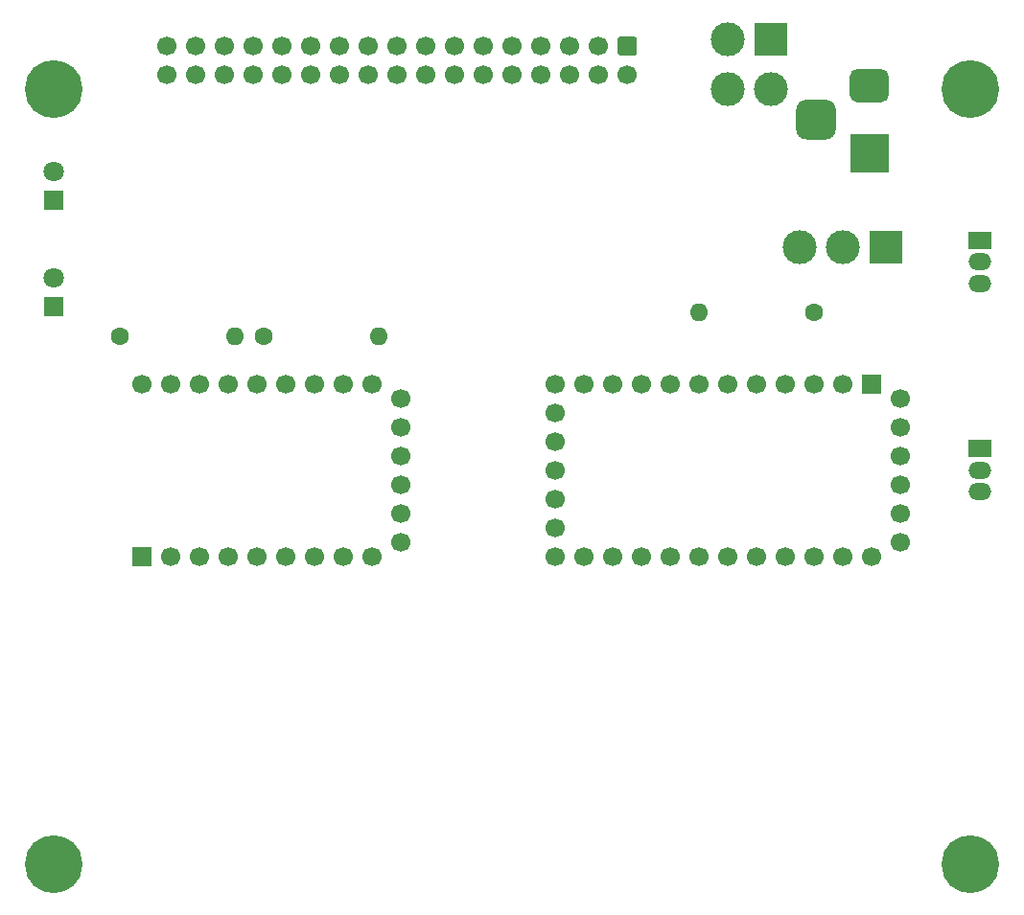
<source format=gts>
G04 #@! TF.GenerationSoftware,KiCad,Pcbnew,(5.1.8)-1*
G04 #@! TF.CreationDate,2021-11-03T01:24:19+01:00*
G04 #@! TF.ProjectId,Amiga Drawbridge,416d6967-6120-4447-9261-776272696467,rev?*
G04 #@! TF.SameCoordinates,Original*
G04 #@! TF.FileFunction,Soldermask,Top*
G04 #@! TF.FilePolarity,Negative*
%FSLAX46Y46*%
G04 Gerber Fmt 4.6, Leading zero omitted, Abs format (unit mm)*
G04 Created by KiCad (PCBNEW (5.1.8)-1) date 2021-11-03 01:24:19*
%MOMM*%
%LPD*%
G01*
G04 APERTURE LIST*
%ADD10C,1.700000*%
%ADD11C,3.000000*%
%ADD12R,3.000000X3.000000*%
%ADD13R,1.700000X1.700000*%
%ADD14R,3.500000X3.500000*%
%ADD15R,2.000000X1.500000*%
%ADD16O,2.000000X1.500000*%
%ADD17C,1.600000*%
%ADD18O,1.600000X1.600000*%
%ADD19C,5.100000*%
%ADD20R,1.800000X1.800000*%
%ADD21C,1.800000*%
G04 APERTURE END LIST*
G36*
G01*
X162595000Y-58840000D02*
X163795000Y-58840000D01*
G75*
G02*
X164045000Y-59090000I0J-250000D01*
G01*
X164045000Y-60290000D01*
G75*
G02*
X163795000Y-60540000I-250000J0D01*
G01*
X162595000Y-60540000D01*
G75*
G02*
X162345000Y-60290000I0J250000D01*
G01*
X162345000Y-59090000D01*
G75*
G02*
X162595000Y-58840000I250000J0D01*
G01*
G37*
D10*
X160655000Y-59690000D03*
X158115000Y-59690000D03*
X155575000Y-59690000D03*
X153035000Y-59690000D03*
X150495000Y-59690000D03*
X147955000Y-59690000D03*
X145415000Y-59690000D03*
X142875000Y-59690000D03*
X140335000Y-59690000D03*
X137795000Y-59690000D03*
X135255000Y-59690000D03*
X132715000Y-59690000D03*
X130175000Y-59690000D03*
X127635000Y-59690000D03*
X125095000Y-59690000D03*
X122555000Y-59690000D03*
X163195000Y-62230000D03*
X160655000Y-62230000D03*
X158115000Y-62230000D03*
X155575000Y-62230000D03*
X153035000Y-62230000D03*
X150495000Y-62230000D03*
X147955000Y-62230000D03*
X145415000Y-62230000D03*
X142875000Y-62230000D03*
X140335000Y-62230000D03*
X137795000Y-62230000D03*
X135255000Y-62230000D03*
X132715000Y-62230000D03*
X130175000Y-62230000D03*
X127635000Y-62230000D03*
X125095000Y-62230000D03*
X122555000Y-62230000D03*
D11*
X175895000Y-63500000D03*
X172085000Y-59055000D03*
X172085000Y-63500000D03*
D12*
X175895000Y-59055000D03*
D10*
X187325000Y-90805000D03*
X187325000Y-93345000D03*
X187325000Y-95885000D03*
X187325000Y-98425000D03*
X187325000Y-100965000D03*
X187325000Y-103505000D03*
X184785000Y-104775000D03*
X182245000Y-104775000D03*
X179705000Y-104775000D03*
X177165000Y-104775000D03*
X174625000Y-104775000D03*
D13*
X184785000Y-89535000D03*
D10*
X172085000Y-104775000D03*
X169545000Y-104775000D03*
X167005000Y-104775000D03*
X164465000Y-104775000D03*
X161925000Y-104775000D03*
X159385000Y-104775000D03*
X156845000Y-104775000D03*
X156845000Y-102235000D03*
X156845000Y-99695000D03*
X156845000Y-97155000D03*
X156845000Y-94615000D03*
X156845000Y-92075000D03*
X156845000Y-89535000D03*
X159385000Y-89535000D03*
X161925000Y-89535000D03*
X164465000Y-89535000D03*
X167005000Y-89535000D03*
X169545000Y-89535000D03*
X172085000Y-89535000D03*
X174625000Y-89535000D03*
X177165000Y-89535000D03*
X179705000Y-89535000D03*
X182245000Y-89535000D03*
D14*
X184556400Y-69189600D03*
G36*
G01*
X183556400Y-61689600D02*
X185556400Y-61689600D01*
G75*
G02*
X186306400Y-62439600I0J-750000D01*
G01*
X186306400Y-63939600D01*
G75*
G02*
X185556400Y-64689600I-750000J0D01*
G01*
X183556400Y-64689600D01*
G75*
G02*
X182806400Y-63939600I0J750000D01*
G01*
X182806400Y-62439600D01*
G75*
G02*
X183556400Y-61689600I750000J0D01*
G01*
G37*
G36*
G01*
X178981400Y-64439600D02*
X180731400Y-64439600D01*
G75*
G02*
X181606400Y-65314600I0J-875000D01*
G01*
X181606400Y-67064600D01*
G75*
G02*
X180731400Y-67939600I-875000J0D01*
G01*
X178981400Y-67939600D01*
G75*
G02*
X178106400Y-67064600I0J875000D01*
G01*
X178106400Y-65314600D01*
G75*
G02*
X178981400Y-64439600I875000J0D01*
G01*
G37*
D15*
X194310000Y-95250000D03*
D16*
X194310000Y-97155000D03*
X194310000Y-99060000D03*
X194310000Y-80645000D03*
X194310000Y-78740000D03*
D15*
X194310000Y-76835000D03*
D17*
X179705000Y-83185000D03*
D18*
X169545000Y-83185000D03*
D13*
X120340000Y-104775000D03*
D10*
X120340000Y-89535000D03*
X122880000Y-89535000D03*
X125420000Y-89535000D03*
X127960000Y-89535000D03*
X130500000Y-89535000D03*
X133040000Y-89535000D03*
X135580000Y-89535000D03*
X138120000Y-89535000D03*
X140660000Y-89535000D03*
X143200000Y-90805000D03*
X143200000Y-93345000D03*
X143200000Y-95885000D03*
X143200000Y-98425000D03*
X143200000Y-100965000D03*
X143200000Y-103505000D03*
X140660000Y-104775000D03*
X138120000Y-104775000D03*
X135580000Y-104775000D03*
X133040000Y-104775000D03*
X130500000Y-104775000D03*
X127960000Y-104775000D03*
X125420000Y-104775000D03*
X122880000Y-104775000D03*
D19*
X112500000Y-132000000D03*
X193500000Y-132000000D03*
X193500000Y-63500000D03*
X112500000Y-63500000D03*
D20*
X112500000Y-73279000D03*
D21*
X112500000Y-70739000D03*
X112500000Y-80137000D03*
D20*
X112500000Y-82677000D03*
D12*
X186055000Y-77470000D03*
D11*
X178435000Y-77470000D03*
X182245000Y-77470000D03*
D18*
X141224000Y-85344000D03*
D17*
X131064000Y-85344000D03*
X118364000Y-85344000D03*
D18*
X128524000Y-85344000D03*
M02*

</source>
